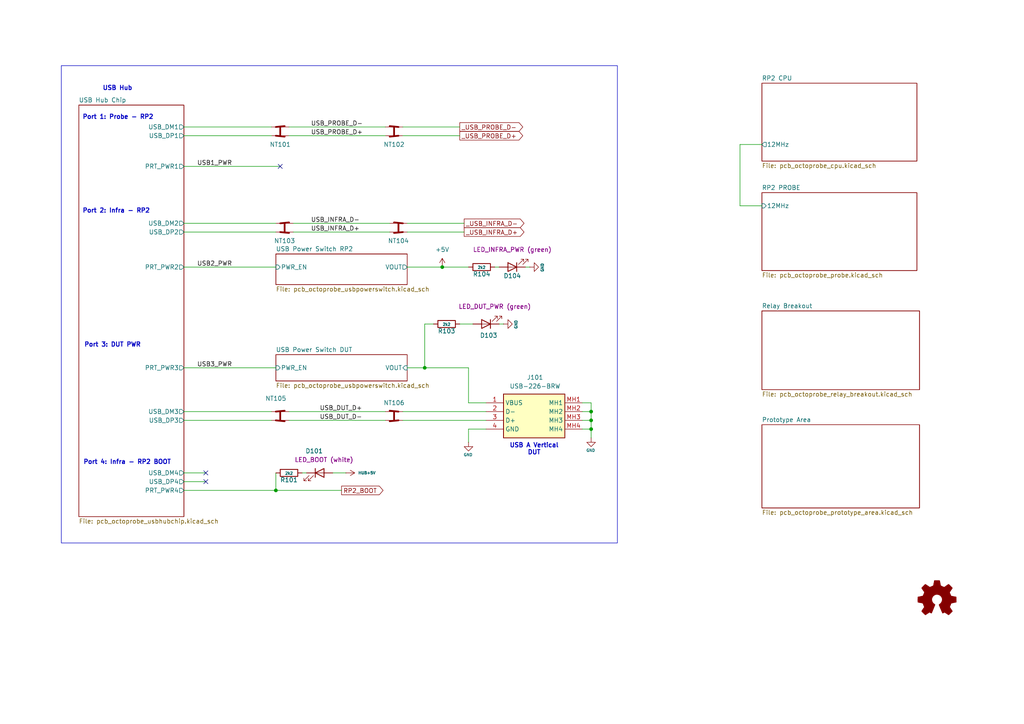
<source format=kicad_sch>
(kicad_sch (version 20231120) (generator "eeschema") (generator_version "8.0")
  (paper "A4")
  (title_block (title "Octoprobe tentacle") (date "2025-02-13") (rev "0.4") (company "Hans Märki, Märki Informatik") (comment 1 "The MIT License (MIT)"))
  (lib_symbols
    (symbol "00_project_library:LED GREEN" (pin_numbers hide) (pin_names (offset 1.016) hide)
      (property "Reference" "D" (at 0 2.54 0))
      (property "Value" "LED GREEN" (at 0 -2.54 0))
      (symbol "LED GREEN_0_1"
        (polyline (pts (xy -1.27 -1.27) (xy -1.27 1.27)) (stroke (width 0.254)))
        (polyline (pts (xy -1.27 0) (xy 1.27 0)))
        (polyline (pts (xy 1.27 -1.27) (xy 1.27 1.27) (xy -1.27 0) (xy 1.27 -1.27)) (stroke (width 0.254)))
        (polyline (pts (xy -3.048 -0.762) (xy -4.572 -2.286) (xy -3.81 -2.286) (xy -4.572 -2.286) (xy -4.572 -1.524)))
        (polyline (pts (xy -1.778 -0.762) (xy -3.302 -2.286) (xy -2.54 -2.286) (xy -3.302 -2.286) (xy -3.302 -1.524)))
      )
      (symbol "LED GREEN_1_1"
        (pin passive line (at -3.81 0 0) (length 2.54) (name "K") (number "1"))
        (pin passive line (at 3.81 0 180) (length 2.54) (name "A") (number "2"))
      )
    )
    (symbol "00_project_library:LED WHITE" (pin_numbers hide) (pin_names (offset 1.016) hide)
      (property "Reference" "D" (at 0 2.54 0))
      (property "Value" "LED WHITE" (at 0 -2.54 0))
      (symbol "LED WHITE_0_1"
        (polyline (pts (xy -1.27 -1.27) (xy -1.27 1.27)) (stroke (width 0.254)))
        (polyline (pts (xy -1.27 0) (xy 1.27 0)))
        (polyline (pts (xy 1.27 -1.27) (xy 1.27 1.27) (xy -1.27 0) (xy 1.27 -1.27)) (stroke (width 0.254)))
        (polyline (pts (xy -3.048 -0.762) (xy -4.572 -2.286) (xy -3.81 -2.286) (xy -4.572 -2.286) (xy -4.572 -1.524)))
        (polyline (pts (xy -1.778 -0.762) (xy -3.302 -2.286) (xy -2.54 -2.286) (xy -3.302 -2.286) (xy -3.302 -1.524)))
      )
      (symbol "LED WHITE_1_1"
        (pin passive line (at -3.81 0 0) (length 2.54) (name "K") (number "1"))
        (pin passive line (at 3.81 0 180) (length 2.54) (name "A") (number "2"))
      )
    )
    (symbol "00_project_library:USB-226-BRW"
      (property "Reference" "J" (at 24.13 7.62 0))
      (property "Value" "USB-226-BRW" (at 24.13 5.08 0))
      (property "Datasheet_alt" "https://datasheet.lcsc.com/lcsc/2008111235_XUNPU-USB-226-BRW_C720524.pdf" (at 0 0 0))
      (symbol "USB-226-BRW_1_1"
        (rectangle (start 5.08 2.54) (end 22.86 -10.16) (stroke (width 0.254)) (fill (type background)))
        (pin passive line (at 0 0 0) (length 5.08) (name "VBUS") (number "1"))
        (pin passive line (at 0 -2.54 0) (length 5.08) (name "D-") (number "2"))
        (pin passive line (at 0 -5.08 0) (length 5.08) (name "D+") (number "3"))
        (pin passive line (at 0 -7.62 0) (length 5.08) (name "GND") (number "4"))
        (pin passive line (at 27.94 0 180) (length 5.08) (name "MH1") (number "MH1"))
        (pin passive line (at 27.94 -2.54 180) (length 5.08) (name "MH2") (number "MH2"))
        (pin passive line (at 27.94 -5.08 180) (length 5.08) (name "MH3") (number "MH3"))
        (pin passive line (at 27.94 -7.62 180) (length 5.08) (name "MH4") (number "MH4"))
      )
    )
    (symbol "00_project_library:octoprobe_NetTie_USB_Differential" (pin_numbers hide) (pin_names (offset 0) hide) (in_bom no)
      (property "Reference" "NT" (at 0 1.27 0))
      (symbol "octoprobe_NetTie_USB_Differential_0_1"
        (polyline (pts (xy -1.27 -2.54) (xy 1.27 -2.794)) (stroke (width 0.508)))
        (polyline (pts (xy -1.27 0) (xy 1.27 0.254)) (stroke (width 0.508)))
        (polyline (pts (xy 0 -2.54) (xy 0 0)) (stroke (width 0.508)))
      )
      (symbol "octoprobe_NetTie_USB_Differential_1_1"
        (pin passive line (at -2.54 0 0) (length 2.54) (name "1") (number "1"))
        (pin passive line (at 2.54 0 180) (length 2.54) (name "2") (number "2"))
        (pin passive line (at -2.54 -2.54 0) (length 2.54) (name "3") (number "3"))
        (pin passive line (at 2.54 -2.54 180) (length 2.54) (name "4") (number "4"))
      )
    )
    (symbol "Device:R" (pin_numbers hide) (pin_names (offset 0))
      (property "Reference" "R" (at 2.032 0 90))
      (property "Value" "R" (at 0 0 90))
      (symbol "R_0_1"
        (rectangle (start -1.016 -2.54) (end 1.016 2.54) (stroke (width 0.254)))
      )
      (symbol "R_1_1"
        (pin passive line (at 0 3.81 270) (length 1.27) (name "~") (number "1"))
        (pin passive line (at 0 -3.81 90) (length 1.27) (name "~") (number "2"))
      )
    )
    (symbol "Graphic:Logo_Open_Hardware_Small" (in_bom no) (on_board no)
      (symbol "Logo_Open_Hardware_Small_0_1"
        (polyline (pts (xy 3.3528 -4.3434) (xy 3.302 -4.318) (xy 3.175 -4.2418) (xy 2.9972 -4.1148) (xy 2.7686 -3.9624) (xy 2.54 -3.81) (xy 2.3622 -3.7084) (xy 2.2352 -3.6068) (xy 2.1844 -3.5814) (xy 2.159 -3.6068) (xy 2.0574 -3.6576) (xy 1.905 -3.7338) (xy 1.8034 -3.7846) (xy 1.6764 -3.8354) (xy 1.6002 -3.8354) (xy 1.6002 -3.8354) (xy 1.5494 -3.7338) (xy 1.4732 -3.5306) (xy 1.3462 -3.302) (xy 1.2446 -3.0226) (xy 1.1176 -2.7178) (xy 0.9652 -2.413) (xy 0.8636 -2.1082) (xy 0.7366 -1.8288) (xy 0.6604 -1.6256) (xy 0.6096 -1.4732) (xy 0.5842 -1.397) (xy 0.5842 -1.397) (xy 0.6604 -1.3208) (xy 0.7874 -1.2446) (xy 1.0414 -1.016) (xy 1.2954 -0.6858) (xy 1.4478 -0.3302) (xy 1.524 0.0762) (xy 1.4732 0.4572) (xy 1.3208 0.8128) (xy 1.0668 1.143) (xy 0.762 1.3716) (xy 0.4064 1.524) (xy 0 1.5748) (xy -0.381 1.5494) (xy -0.7366 1.397) (xy -1.0668 1.143) (xy -1.2192 0.9906) (xy -1.397 0.6604) (xy -1.524 0.3048) (xy -1.524 0.2286) (xy -1.4986 -0.1778) (xy -1.397 -0.5334) (xy -1.1938 -0.8636) (xy -0.9144 -1.143) (xy -0.8636 -1.1684) (xy -0.7366 -1.27) (xy -0.635 -1.3462) (xy -0.5842 -1.397) (xy -1.0668 -2.5908) (xy -1.143 -2.794) (xy -1.2954 -3.1242) (xy -1.397 -3.4036) (xy -1.4986 -3.6322) (xy -1.5748 -3.7846) (xy -1.6002 -3.8354) (xy -1.6002 -3.8354) (xy -1.651 -3.8354) (xy -1.7272 -3.81) (xy -1.905 -3.7338) (xy -2.0066 -3.683) (xy -2.1336 -3.6068) (xy -2.2098 -3.5814) (xy -2.2606 -3.6068) (xy -2.3622 -3.683) (xy -2.54 -3.81) (xy -2.7686 -3.9624) (xy -2.9718 -4.0894) (xy -3.1496 -4.2164) (xy -3.302 -4.318) (xy -3.3528 -4.3434) (xy -3.3782 -4.3434) (xy -3.429 -4.318) (xy -3.5306 -4.2164) (xy -3.7084 -4.064) (xy -3.937 -3.8354) (xy -3.9624 -3.81) (xy -4.1656 -3.6068) (xy -4.318 -3.4544) (xy -4.4196 -3.3274) (xy -4.445 -3.2766) (xy -4.445 -3.2766) (xy -4.4196 -3.2258) (xy -4.318 -3.0734) (xy -4.2164 -2.8956) (xy -4.064 -2.667) (xy -3.6576 -2.0828) (xy -3.8862 -1.5494) (xy -3.937 -1.3716) (xy -4.0386 -1.1684) (xy -4.0894 -1.0414) (xy -4.1148 -0.9652) (xy -4.191 -0.9398) (xy -4.318 -0.9144) (xy -4.5466 -0.8636) (xy -4.8006 -0.8128) (xy -5.0546 -0.7874) (xy -5.2578 -0.7366) (xy -5.4356 -0.7112) (xy -5.5118 -0.6858) (xy -5.5118 -0.6858) (xy -5.5372 -0.635) (xy -5.5372 -0.5588) (xy -5.5372 -0.4318) (xy -5.5626 -0.2286) (xy -5.5626 0.0762) (xy -5.5626 0.127) (xy -5.5372 0.4064) (xy -5.5372 0.635) (xy -5.5372 0.762) (xy -5.5372 0.8382) (xy -5.5372 0.8382) (xy -5.461 0.8382) (xy -5.3086 0.889) (xy -5.08 0.9144) (xy -4.826 0.9652) (xy -4.8006 0.9906) (xy -4.5466 1.0414) (xy -4.318 1.0668) (xy -4.1656 1.1176) (xy -4.0894 1.143) (xy -4.0894 1.143) (xy -4.0386 1.2446) (xy -3.9624 1.4224) (xy -3.8608 1.6256) (xy -3.7846 1.8288) (xy -3.7084 2.0066) (xy -3.6576 2.159) (xy -3.6322 2.2098) (xy -3.6322 2.2098) (xy -3.683 2.286) (xy -3.7592 2.413) (xy -3.8862 2.5908) (xy -4.064 2.8194) (xy -4.064 2.8448) (xy -4.2164 3.0734) (xy -4.3434 3.2512) (xy -4.4196 3.3782) (xy -4.445 3.4544) (xy -4.445 3.4544) (xy -4.3942 3.5052) (xy -4.2926 3.6322) (xy -4.1148 3.81) (xy -3.937 4.0132) (xy -3.8608 4.064) (xy -3.6576 4.2926) (xy -3.5052 4.4196) (xy -3.4036 4.4958) (xy -3.3528 4.5212) (xy -3.3528 4.5212) (xy -3.302 4.4704) (xy -3.1496 4.3688) (xy -2.9718 4.2418) (xy -2.7432 4.0894) (xy -2.7178 4.0894) (xy -2.4892 3.937) (xy -2.3114 3.81) (xy -2.1844 3.7084) (xy -2.1336 3.683) (xy -2.1082 3.683) (xy -2.032 3.7084) (xy -1.8542 3.7592) (xy -1.6764 3.8354) (xy -1.4732 3.937) (xy -1.27 4.0132) (xy -1.143 4.064) (xy -1.0668 4.1148) (xy -1.0668 4.1148) (xy -1.0414 4.191) (xy -1.016 4.3434) (xy -0.9652 4.572) (xy -0.9144 4.8514) (xy -0.889 4.9022) (xy -0.8382 5.1562) (xy -0.8128 5.3848) (xy -0.7874 5.5372) (xy -0.762 5.588) (xy -0.7112 5.6134) (xy -0.5842 5.6134) (xy -0.4064 5.6134) (xy -0.1524 5.6134) (xy 0.0762 5.6134) (xy 0.3302 5.6134) (xy 0.5334 5.6134) (xy 0.6858 5.588) (xy 0.7366 5.588) (xy 0.7366 5.588) (xy 0.762 5.5118) (xy 0.8128 5.334) (xy 0.8382 5.1054) (xy 0.9144 4.826) (xy 0.9144 4.7752) (xy 0.9652 4.5212) (xy 1.016 4.2926) (xy 1.0414 4.1402) (xy 1.0668 4.0894) (xy 1.0668 4.0894) (xy 1.1938 4.0386) (xy 1.3716 3.9624) (xy 1.5748 3.8608) (xy 2.0828 3.6576) (xy 2.7178 4.0894) (xy 2.7686 4.1402) (xy 2.9972 4.2926) (xy 3.175 4.4196) (xy 3.302 4.4958) (xy 3.3782 4.5212) (xy 3.3782 4.5212) (xy 3.429 4.4704) (xy 3.556 4.3434) (xy 3.7338 4.191) (xy 3.9116 3.9878) (xy 4.064 3.8354) (xy 4.2418 3.6576) (xy 4.3434 3.556) (xy 4.4196 3.4798) (xy 4.4196 3.429) (xy 4.4196 3.4036) (xy 4.3942 3.3274) (xy 4.2926 3.2004) (xy 4.1656 2.9972) (xy 4.0132 2.794) (xy 3.8862 2.5908) (xy 3.7592 2.3876) (xy 3.6576 2.2352) (xy 3.6322 2.159) (xy 3.6322 2.1336) (xy 3.683 2.0066) (xy 3.7592 1.8288) (xy 3.8608 1.6002) (xy 4.064 1.1176) (xy 4.3942 1.0414) (xy 4.5974 1.016) (xy 4.8768 0.9652) (xy 5.1308 0.9144) (xy 5.5372 0.8382) (xy 5.5626 -0.6604) (xy 5.4864 -0.6858) (xy 5.4356 -0.6858) (xy 5.2832 -0.7366) (xy 5.0546 -0.762) (xy 4.8006 -0.8128) (xy 4.5974 -0.8636) (xy 4.3688 -0.9144) (xy 4.2164 -0.9398) (xy 4.1402 -0.9398) (xy 4.1148 -0.9652) (xy 4.064 -1.0668) (xy 3.9878 -1.2446) (xy 3.9116 -1.4478) (xy 3.81 -1.651) (xy 3.7338 -1.8542) (xy 3.683 -2.0066) (xy 3.6576 -2.0828) (xy 3.683 -2.1336) (xy 3.7846 -2.2606) (xy 3.8862 -2.4638) (xy 4.0386 -2.667) (xy 4.191 -2.8956) (xy 4.318 -3.0734) (xy 4.3942 -3.2004) (xy 4.445 -3.2766) (xy 4.4196 -3.3274) (xy 4.3434 -3.429) (xy 4.1656 -3.5814) (xy 3.937 -3.8354) (xy 3.8862 -3.8608) (xy 3.683 -4.064) (xy 3.5306 -4.2164) (xy 3.4036 -4.318) (xy 3.3528 -4.3434)) (fill (type outline)))
      )
    )
    (symbol "power:+3V3" (power) (pin_numbers hide) (pin_names (offset 0) hide)
      (property "Value" "+3V3" (at 0 3.556 0))
      (symbol "+3V3_0_1"
        (polyline (pts (xy -0.762 1.27) (xy 0 2.54)))
        (polyline (pts (xy 0 0) (xy 0 2.54)))
        (polyline (pts (xy 0 2.54) (xy 0.762 1.27)))
      )
      (symbol "+3V3_1_1"
        (pin power_in line (at 0 0 90) (length 0) (name "~") (number "1"))
      )
    )
    (symbol "power:+5V" (power) (pin_numbers hide) (pin_names (offset 0) hide)
      (property "Value" "+5V" (at 0 3.556 0))
      (symbol "+5V_0_1"
        (polyline (pts (xy -0.762 1.27) (xy 0 2.54)))
        (polyline (pts (xy 0 0) (xy 0 2.54)))
        (polyline (pts (xy 0 2.54) (xy 0.762 1.27)))
      )
      (symbol "+5V_1_1"
        (pin power_in line (at 0 0 90) (length 0) (name "~") (number "1"))
      )
    )
    (symbol "power:GND" (power) (pin_numbers hide) (pin_names (offset 0) hide)
      (property "Value" "GND" (at 0 -3.81 0))
      (symbol "GND_0_1"
        (polyline (pts (xy 0 0) (xy 0 -1.27) (xy 1.27 -1.27) (xy 0 -2.54) (xy -1.27 -1.27) (xy 0 -1.27)))
      )
      (symbol "GND_1_1"
        (pin power_in line (at 0 0 270) (length 0) (name "~") (number "1"))
      )
    )
  )
  (junction (at 171.45 119.38))
  (junction (at 123.19 106.68))
  (junction (at 171.45 121.92))
  (junction (at 128.27 77.47))
  (junction (at 80.01 142.24))
  (junction (at 171.45 124.46))
  (no_connect (at 59.69 137.16))
  (no_connect (at 59.69 139.7))
  (no_connect (at 81.28 48.26))
  (wire (pts (xy 85.09 67.31) (xy 113.03 67.31)))
  (wire (pts (xy 125.73 93.98) (xy 123.19 93.98)))
  (wire (pts (xy 53.34 106.68) (xy 80.01 106.68)))
  (wire (pts (xy 146.05 93.98) (xy 144.78 93.98)))
  (wire (pts (xy 214.63 41.91) (xy 214.63 59.69)))
  (wire (pts (xy 128.27 77.47) (xy 135.89 77.47)))
  (wire (pts (xy 171.45 121.92) (xy 171.45 124.46)))
  (wire (pts (xy 135.89 124.46) (xy 135.89 128.27)))
  (wire (pts (xy 214.63 41.91) (xy 220.98 41.91)))
  (wire (pts (xy 53.34 119.38) (xy 78.74 119.38)))
  (wire (pts (xy 168.91 119.38) (xy 171.45 119.38)))
  (wire (pts (xy 80.01 137.16) (xy 80.01 142.24)))
  (wire (pts (xy 152.4 77.47) (xy 153.67 77.47)))
  (wire (pts (xy 168.91 121.92) (xy 171.45 121.92)))
  (wire (pts (xy 135.89 116.84) (xy 140.97 116.84)))
  (wire (pts (xy 116.84 119.38) (xy 140.97 119.38)))
  (wire (pts (xy 53.34 39.37) (xy 78.74 39.37)))
  (wire (pts (xy 171.45 116.84) (xy 171.45 119.38)))
  (wire (pts (xy 83.82 121.92) (xy 111.76 121.92)))
  (wire (pts (xy 83.82 36.83) (xy 111.76 36.83)))
  (wire (pts (xy 171.45 119.38) (xy 171.45 121.92)))
  (wire (pts (xy 143.51 77.47) (xy 144.78 77.47)))
  (wire (pts (xy 133.35 93.98) (xy 137.16 93.98)))
  (wire (pts (xy 99.06 142.24) (xy 80.01 142.24)))
  (wire (pts (xy 135.89 124.46) (xy 140.97 124.46)))
  (wire (pts (xy 83.82 39.37) (xy 111.76 39.37)))
  (wire (pts (xy 168.91 116.84) (xy 171.45 116.84)))
  (wire (pts (xy 100.33 137.16) (xy 96.52 137.16)))
  (wire (pts (xy 80.01 77.47) (xy 53.34 77.47)))
  (wire (pts (xy 53.34 48.26) (xy 81.28 48.26)))
  (wire (pts (xy 83.82 119.38) (xy 111.76 119.38)))
  (wire (pts (xy 80.01 142.24) (xy 53.34 142.24)))
  (wire (pts (xy 88.9 137.16) (xy 87.63 137.16)))
  (wire (pts (xy 214.63 59.69) (xy 220.98 59.69)))
  (wire (pts (xy 85.09 64.77) (xy 113.03 64.77)))
  (wire (pts (xy 123.19 106.68) (xy 135.89 106.68)))
  (wire (pts (xy 118.11 67.31) (xy 134.62 67.31)))
  (wire (pts (xy 53.34 139.7) (xy 59.69 139.7)))
  (wire (pts (xy 53.34 121.92) (xy 78.74 121.92)))
  (wire (pts (xy 53.34 36.83) (xy 78.74 36.83)))
  (wire (pts (xy 118.11 64.77) (xy 134.62 64.77)))
  (wire (pts (xy 135.89 106.68) (xy 135.89 116.84)))
  (wire (pts (xy 116.84 121.92) (xy 140.97 121.92)))
  (wire (pts (xy 53.34 137.16) (xy 59.69 137.16)))
  (wire (pts (xy 118.11 77.47) (xy 128.27 77.47)))
  (wire (pts (xy 118.11 106.68) (xy 123.19 106.68)))
  (wire (pts (xy 123.19 93.98) (xy 123.19 106.68)))
  (wire (pts (xy 116.84 39.37) (xy 133.35 39.37)))
  (wire (pts (xy 53.34 64.77) (xy 80.01 64.77)))
  (wire (pts (xy 53.34 67.31) (xy 80.01 67.31)))
  (wire (pts (xy 168.91 124.46) (xy 171.45 124.46)))
  (wire (pts (xy 116.84 36.83) (xy 133.35 36.83)))
  (wire (pts (xy 171.45 127) (xy 171.45 124.46)))
  (rectangle (start 17.78 19.05) (end 179.07 157.48))
  (text "Port 2: Infra - RP2" (at 23.876 61.976 0) (effects (font (size 1.27 1.27) (thickness 0.254) (bold yes)) (justify left bottom)))
  (text "Port 4: Infra - RP2 BOOT" (at 24.13 134.874 0) (effects (font (size 1.27 1.27) (thickness 0.254) (bold yes)) (justify left bottom)))
  (text "Port 3: DUT PWR" (at 24.384 100.838 0) (effects (font (size 1.27 1.27) (thickness 0.254) (bold yes)) (justify left bottom)))
  (text "USB A Vertical\nDUT" (at 154.94 132.08 0) (effects (font (size 1.27 1.27) (thickness 0.254) (bold yes)) (justify bottom)))
  (text "Port 1: Probe - RP2" (at 23.876 34.798 0) (effects (font (size 1.27 1.27) (thickness 0.254) (bold yes)) (justify left bottom)))
  (text "USB Hub" (at 29.718 26.416 0) (effects (font (size 1.27 1.27) (thickness 0.254) (bold yes)) (justify left bottom)))
  (label "USB_INFRA_D-" (at 90.17 64.77 0))
  (label "USB3_PWR" (at 57.15 106.68 0))
  (label "USB_PROBE_D+" (at 90.17 39.37 0))
  (label "USB_PROBE_D-" (at 90.17 36.83 0))
  (label "USB1_PWR" (at 57.15 48.26 0))
  (label "USB_DUT_D+" (at 92.71 119.38 0))
  (label "USB_INFRA_D+" (at 90.17 67.31 0))
  (label "USB_DUT_D-" (at 92.71 121.92 0))
  (label "USB2_PWR" (at 57.15 77.47 0))
  (global_label "_USB_PROBE_D-" (shape output) (at 133.35 36.83 0) (property "Intersheetrefs" "${INTERSHEET_REFS}" (effects (hide yes))))
  (global_label "_USB_PROBE_D+" (shape output) (at 133.35 39.37 0) (property "Intersheetrefs" "${INTERSHEET_REFS}" (effects (hide yes))))
  (global_label "_USB_INFRA_D+" (shape output) (at 134.62 67.31 0) (property "Intersheetrefs" "${INTERSHEET_REFS}" (effects (hide yes))))
  (global_label "RP2_BOOT" (shape output) (at 99.06 142.24 0) (property "Intersheetrefs" "${INTERSHEET_REFS}" (effects (hide yes))))
  (global_label "_USB_INFRA_D-" (shape output) (at 134.62 64.77 0) (property "Intersheetrefs" "${INTERSHEET_REFS}" (effects (hide yes))))
  (symbol (lib_id "power:GND") (at 171.45 127 0) (unit 1)
    (property "Reference" "#PWR0107" (effects (hide yes)))
    (property "Value" "GND" (at 171.323 130.6322 0) (effects (font (size 0.8 0.8))))
    (property "Description" "Power symbol creates a global label with name \"GND\" , ground" (effects (hide yes)))
  )
  (symbol (lib_id "00_project_library:LED GREEN") (at 140.97 93.98 180) (unit 1)
    (property "Reference" "D103" (at 141.732 97.282 0))
    (property "Value" "green" (effects (hide yes)))
    (property "Footprint" "LED_SMD:LED_0805_2012Metric" (effects (hide yes)))
    (property "JLC" "C2297" (effects (hide yes)))
    (property "Label" "LED_DUT_PWR (green)" (at 143.51 88.9 0))
  )
  (symbol (lib_id "00_project_library:octoprobe_NetTie_USB_Differential") (at 81.28 119.38 0) (unit 1) (in_bom no)
    (property "Reference" "NT105" (at 80.01 115.57 0))
    (property "Value" "octoprobe_NetTie_USB_Differential" (effects (hide yes)))
    (property "Footprint" "00_project_library:octoprobe_NetTie_USB_Differential" (effects (hide yes)))
    (property "Description" "Net tie, 4 pins" (effects (hide yes)))
  )
  (symbol (lib_id "00_project_library:octoprobe_NetTie_USB_Differential") (at 114.3 36.83 0) (mirror y) (unit 1) (in_bom no)
    (property "Reference" "NT102" (at 114.3 41.91 0))
    (property "Value" "octoprobe_NetTie_USB_Differential" (effects (hide yes)))
    (property "Footprint" "00_project_library:octoprobe_NetTie_USB_Differential" (effects (hide yes)))
    (property "Description" "Net tie, 4 pins" (effects (hide yes)))
  )
  (symbol (lib_id "Device:R") (at 129.54 93.98 270) (unit 1)
    (property "Reference" "R103" (at 129.54 96.012 90))
    (property "Value" "2k2" (at 129.54 94.0816 90) (effects (font (size 0.8 0.8))))
    (property "Footprint" "Resistor_SMD:R_0805_2012Metric" (effects (hide yes)))
  )
  (symbol (lib_id "00_project_library:LED WHITE") (at 92.71 137.16 0) (unit 1)
    (property "Reference" "D101" (at 91.1225 130.81 0))
    (property "Value" "white" (effects (hide yes)))
    (property "Footprint" "00_project_library:LED_0603_1608Metric" (effects (hide yes)))
    (property "JLC" "C2290" (effects (hide yes)))
    (property "Label" "LED_BOOT (white)" (at 93.98 133.35 0))
  )
  (symbol (lib_id "00_project_library:octoprobe_NetTie_USB_Differential") (at 81.28 39.37 0) (mirror x) (unit 1) (in_bom no)
    (property "Reference" "NT101" (at 81.28 41.91 0))
    (property "Value" "octoprobe_NetTie_USB_Differential" (effects (hide yes)))
    (property "Footprint" "00_project_library:octoprobe_NetTie_USB_Differential" (effects (hide yes)))
    (property "Description" "Net tie, 4 pins" (effects (hide yes)))
  )
  (symbol (lib_id "power:GND") (at 146.05 93.98 90) (unit 1)
    (property "Reference" "#PWR0105" (effects (hide yes)))
    (property "Value" "GND" (at 149.6822 94.107 0) (effects (font (size 0.8 0.8))))
    (property "Description" "Power symbol creates a global label with name \"GND\" , ground" (effects (hide yes)))
  )
  (symbol (lib_id "power:+5V") (at 128.27 77.47 0) (unit 1)
    (property "Reference" "#PWR0103" (effects (hide yes)))
    (property "Value" "+5V" (at 128.27 72.39 0))
    (property "Description" "Power symbol creates a global label with name \"+5V\"" (effects (hide yes)))
  )
  (symbol (lib_id "00_project_library:octoprobe_NetTie_USB_Differential") (at 115.57 64.77 0) (mirror y) (unit 1) (in_bom no)
    (property "Reference" "NT104" (at 115.57 69.85 0))
    (property "Value" "octoprobe_NetTie_USB_Differential" (effects (hide yes)))
    (property "Footprint" "00_project_library:octoprobe_NetTie_USB_Differential" (effects (hide yes)))
    (property "Description" "Net tie, 4 pins" (effects (hide yes)))
  )
  (symbol (lib_id "power:+3V3") (at 100.33 137.16 270) (unit 1)
    (property "Reference" "#PWR0101" (effects (hide yes)))
    (property "Value" "HUB+5V" (at 106.426 137.16 90) (effects (font (size 0.8 0.8))))
    (property "Description" "Power symbol creates a global label with name \"+3V3\"" (effects (hide yes)))
  )
  (symbol (lib_id "00_project_library:USB-226-BRW") (at 140.97 116.84 0) (unit 1)
    (property "Reference" "J101" (at 155.194 109.474 0))
    (property "Value" "USB-226-BRW" (at 155.194 112.014 0))
    (property "Footprint" "00_project_library:USB226BRW" (effects (hide yes)))
    (property "Datasheet" "https://wmsc.lcsc.com/wmsc/upload/file/pdf/v2/lcsc/2310231710_XUNPU-USB-226-BRW_C720524.pdf" (effects (hide yes)))
    (property "Description" "19.414.67.1mm USB Connectors ROHS 4 pin USB 2.0 DC 30V 1.5 A" (effects (hide yes)))
    (property "Height" "13.75" (effects (hide yes)))
    (property "Manufacturer_Name" "XUNPU" (effects (hide yes)))
    (property "Manufacturer_Part_Number" "USB-226-BRW" (effects (hide yes)))
    (property "JLC" "C720524" (effects (hide yes)))
    (property "Datasheet_alt" "https://datasheet.lcsc.com/lcsc/2008111235_XUNPU-USB-226-BRW_C720524.pdf" (effects (hide yes)))
  )
  (symbol (lib_id "power:GND") (at 135.89 128.27 0) (unit 1)
    (property "Reference" "#PWR0104" (effects (hide yes)))
    (property "Value" "GND" (at 135.763 131.9022 0) (effects (font (size 0.8 0.8))))
    (property "Description" "Power symbol creates a global label with name \"GND\" , ground" (effects (hide yes)))
  )
  (symbol (lib_id "00_project_library:octoprobe_NetTie_USB_Differential") (at 114.3 121.92 180) (unit 1) (in_bom no)
    (property "Reference" "NT106" (at 114.3 116.84 0))
    (property "Value" "octoprobe_NetTie_USB_Differential" (effects (hide yes)))
    (property "Footprint" "00_project_library:octoprobe_NetTie_USB_Differential" (effects (hide yes)))
    (property "Description" "Net tie, 4 pins" (effects (hide yes)))
  )
  (symbol (lib_id "Graphic:Logo_Open_Hardware_Small") (at 271.78 173.99 0) (unit 1) (in_bom no)
    (property "Reference" "Logo_open_hardware101" (effects (hide yes)))
    (property "Value" "Logo_Open_Hardware_Small" (effects (hide yes)))
    (property "Footprint" "Symbol:OSHW-Logo2_9.8x8mm_SilkScreen" (effects (hide yes)))
    (property "Description" "Open Hardware logo, small" (effects (hide yes)))
  )
  (symbol (lib_id "Device:R") (at 83.82 137.16 270) (unit 1)
    (property "Reference" "R101" (at 83.82 139.192 90))
    (property "Value" "2k2" (at 83.82 137.2616 90) (effects (font (size 0.8 0.8))))
    (property "Footprint" "Resistor_SMD:R_0805_2012Metric" (effects (hide yes)))
  )
  (symbol (lib_id "00_project_library:LED GREEN") (at 148.59 77.47 180) (unit 1)
    (property "Reference" "D104" (at 148.59 80.01 0))
    (property "Value" "green" (effects (hide yes)))
    (property "Footprint" "LED_SMD:LED_0805_2012Metric" (effects (hide yes)))
    (property "JLC" "C2297" (effects (hide yes)))
    (property "Label" "LED_INFRA_PWR (green)" (at 148.59 72.39 0))
  )
  (symbol (lib_id "Device:R") (at 139.7 77.47 270) (unit 1)
    (property "Reference" "R104" (at 139.7 79.502 90))
    (property "Value" "2k2" (at 139.7 77.5716 90) (effects (font (size 0.8 0.8))))
    (property "Footprint" "Resistor_SMD:R_0805_2012Metric" (effects (hide yes)))
  )
  (symbol (lib_id "00_project_library:octoprobe_NetTie_USB_Differential") (at 82.55 67.31 0) (mirror x) (unit 1) (in_bom no)
    (property "Reference" "NT103" (at 82.55 69.85 0))
    (property "Value" "octoprobe_NetTie_USB_Differential" (effects (hide yes)))
    (property "Footprint" "00_project_library:octoprobe_NetTie_USB_Differential" (effects (hide yes)))
    (property "Description" "Net tie, 4 pins" (effects (hide yes)))
  )
  (symbol (lib_id "power:GND") (at 153.67 77.47 90) (unit 1)
    (property "Reference" "#PWR0106" (effects (hide yes)))
    (property "Value" "GND" (at 157.3022 77.597 0) (effects (font (size 0.8 0.8))))
    (property "Description" "Power symbol creates a global label with name \"GND\" , ground" (effects (hide yes)))
  )
  (sheet (at 220.98 24.13) (size 44.958 22.606) (stroke (width 0.1524))
    (property "Sheetname" "RP2 CPU" (at 220.98 23.4184 0) (effects (justify left bottom)))
    (property "Sheetfile" "pcb_octoprobe_cpu.kicad_sch" (at 220.98 47.3206 0) (effects (justify left top)))
    (pin "12MHz" output (at 220.98 41.91 180))
  )
  (sheet (at 220.98 123.19) (size 45.72 24.13) (stroke (width 0.1524))
    (property "Sheetname" "Prototype Area" (at 220.98 122.4784 0) (effects (justify left bottom)))
    (property "Sheetfile" "pcb_octoprobe_prototype_area.kicad_sch" (at 220.98 147.9046 0) (effects (justify left top)))
  )
  (sheet (at 80.01 102.87) (size 38.1 7.62) (stroke (width 0.1524))
    (property "Sheetname" "USB Power Switch DUT" (at 80.01 102.1584 0) (effects (justify left bottom)))
    (property "Sheetfile" "pcb_octoprobe_usbpowerswitch.kicad_sch" (at 80.01 111.0746 0) (effects (justify left top)))
    (pin "PWR_EN" input (at 80.01 106.68 180))
    (pin "VOUT" input (at 118.11 106.68 0))
  )
  (sheet (at 220.98 90.17) (size 45.72 22.86) (stroke (width 0.1524))
    (property "Sheetname" "Relay Breakout" (at 220.98 89.4584 0) (effects (justify left bottom)))
    (property "Sheetfile" "pcb_octoprobe_relay_breakout.kicad_sch" (at 220.98 113.6146 0) (effects (justify left top)))
  )
  (sheet (at 220.98 55.88) (size 44.958 22.606) (stroke (width 0.1524))
    (property "Sheetname" "RP2 PROBE" (at 220.98 55.1684 0) (effects (justify left bottom)))
    (property "Sheetfile" "pcb_octoprobe_probe.kicad_sch" (at 220.98 79.0706 0) (effects (justify left top)))
    (pin "12MHz" input (at 220.98 59.69 180))
  )
  (sheet (at 22.86 30.48) (size 30.48 119.38) (stroke (width 0.1524))
    (property "Sheetname" "USB Hub Chip" (at 22.86 29.7684 0) (effects (justify left bottom)))
    (property "Sheetfile" "pcb_octoprobe_usbhubchip.kicad_sch" (at 22.86 150.4446 0) (effects (justify left top)))
    (pin "USB_DM1" output (at 53.34 36.83 0))
    (pin "USB_DP1" output (at 53.34 39.37 0))
    (pin "PRT_PWR1" output (at 53.34 48.26 0))
    (pin "PRT_PWR2" output (at 53.34 77.47 0))
    (pin "USB_DM2" output (at 53.34 64.77 0))
    (pin "USB_DP2" output (at 53.34 67.31 0))
    (pin "USB_DP3" output (at 53.34 121.92 0))
    (pin "USB_DM3" output (at 53.34 119.38 0))
    (pin "USB_DP4" output (at 53.34 139.7 0))
    (pin "PRT_PWR4" output (at 53.34 142.24 0))
    (pin "PRT_PWR3" output (at 53.34 106.68 0))
    (pin "USB_DM4" output (at 53.34 137.16 0))
  )
  (sheet (at 80.01 73.66) (size 38.1 8.89) (stroke (width 0.1524))
    (property "Sheetname" "USB Power Switch RP2" (at 80.01 72.9484 0) (effects (justify left bottom)))
    (property "Sheetfile" "pcb_octoprobe_usbpowerswitch.kicad_sch" (at 80.01 83.1346 0) (effects (justify left top)))
    (pin "PWR_EN" input (at 80.01 77.47 180))
    (pin "VOUT" output (at 118.11 77.47 0))
  )
)
</source>
